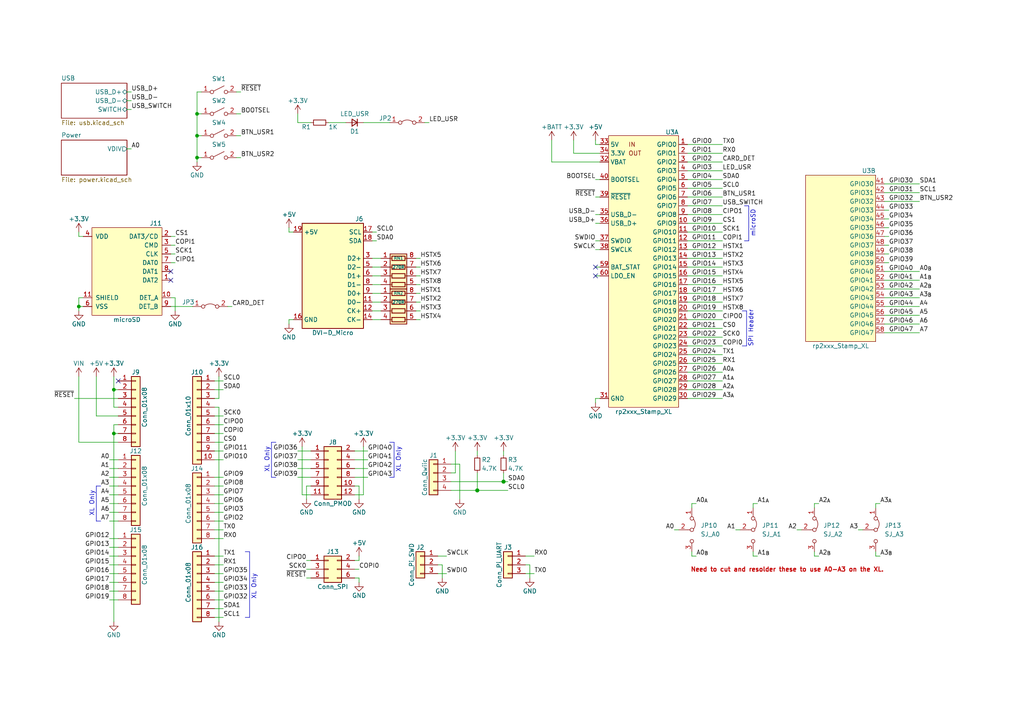
<source format=kicad_sch>
(kicad_sch (version 20231120) (generator "eeschema") (generator_version "8.0")
  (paper "A4")
  (junction (at 57.15 45.72))
  (junction (at 33.02 113.03))
  (junction (at 138.43 142.24) (diameter 1.016))
  (junction (at 146.05 139.7) (diameter 1.016))
  (junction (at 33.02 125.73))
  (junction (at 57.15 33.02))
  (junction (at 22.86 88.9))
  (junction (at 57.15 39.37))
  (no_connect (at 49.53 78.74))
  (no_connect (at 34.29 110.49))
  (no_connect (at 172.72 80.01))
  (no_connect (at 172.72 77.47))
  (no_connect (at 49.53 81.28))
  (polyline (pts (xy 217.17 59.69) (xy 217.17 69.85)))
  (wire (pts (xy 34.29 118.11) (xy 33.02 118.11)))
  (wire (pts (xy 120.65 85.09) (xy 121.92 85.09)))
  (wire (pts (xy 62.23 151.13) (xy 64.77 151.13)))
  (wire (pts (xy 209.55 44.45) (xy 199.39 44.45)))
  (wire (pts (xy 172.72 80.01) (xy 173.99 80.01)))
  (wire (pts (xy 128.27 163.83) (xy 128.27 167.64)))
  (polyline (pts (xy 72.39 160.02) (xy 72.39 179.07)))
  (wire (pts (xy 87.63 129.54) (xy 87.63 143.51)))
  (wire (pts (xy 138.43 142.24) (xy 147.32 142.24)))
  (wire (pts (xy 62.23 146.05) (xy 64.77 146.05)))
  (wire (pts (xy 146.05 130.81) (xy 146.05 132.08)))
  (wire (pts (xy 256.54 58.42) (xy 266.7 58.42)))
  (wire (pts (xy 34.29 158.75) (xy 31.75 158.75)))
  (wire (pts (xy 166.37 40.64) (xy 166.37 44.45)))
  (wire (pts (xy 62.23 128.27) (xy 64.77 128.27)))
  (wire (pts (xy 256.54 66.04) (xy 257.81 66.04)))
  (wire (pts (xy 62.23 161.29) (xy 64.77 161.29)))
  (wire (pts (xy 57.15 39.37) (xy 57.15 45.72)))
  (wire (pts (xy 62.23 130.81) (xy 64.77 130.81)))
  (wire (pts (xy 33.02 125.73) (xy 33.02 180.34)))
  (wire (pts (xy 173.99 41.91) (xy 172.72 41.91)))
  (wire (pts (xy 120.65 74.93) (xy 121.92 74.93)))
  (wire (pts (xy 172.72 52.07) (xy 173.99 52.07)))
  (polyline (pts (xy 215.265 90.17) (xy 216.535 90.17)))
  (polyline (pts (xy 27.94 151.13) (xy 29.21 151.13)))
  (polyline (pts (xy 217.17 69.85) (xy 215.9 69.85)))
  (wire (pts (xy 209.55 105.41) (xy 199.39 105.41)))
  (wire (pts (xy 22.86 109.22) (xy 22.86 128.27)))
  (wire (pts (xy 34.29 146.05) (xy 31.75 146.05)))
  (wire (pts (xy 146.05 139.7) (xy 147.32 139.7)))
  (wire (pts (xy 209.55 97.79) (xy 199.39 97.79)))
  (wire (pts (xy 209.55 100.33) (xy 199.39 100.33)))
  (wire (pts (xy 120.65 92.71) (xy 121.92 92.71)))
  (wire (pts (xy 83.82 67.31) (xy 85.09 67.31)))
  (wire (pts (xy 209.55 102.87) (xy 199.39 102.87)))
  (wire (pts (xy 172.72 77.47) (xy 173.99 77.47)))
  (wire (pts (xy 120.65 90.17) (xy 121.92 90.17)))
  (polyline (pts (xy 113.03 128.27) (xy 114.3 128.27)))
  (wire (pts (xy 107.95 82.55) (xy 110.49 82.55)))
  (polyline (pts (xy 71.12 160.02) (xy 72.39 160.02)))
  (wire (pts (xy 138.43 130.81) (xy 138.43 132.08)))
  (wire (pts (xy 62.23 153.67) (xy 64.77 153.67)))
  (wire (pts (xy 248.92 153.67) (xy 250.19 153.67)))
  (polyline (pts (xy 80.01 128.27) (xy 78.74 128.27)))
  (wire (pts (xy 209.55 87.63) (xy 199.39 87.63)))
  (wire (pts (xy 102.87 162.56) (xy 104.14 162.56)))
  (polyline (pts (xy 78.74 128.27) (xy 78.74 138.43)))
  (wire (pts (xy 130.81 142.24) (xy 138.43 142.24)))
  (wire (pts (xy 34.29 151.13) (xy 31.75 151.13)))
  (wire (pts (xy 133.35 134.62) (xy 133.35 144.78)))
  (polyline (pts (xy 215.9 59.69) (xy 217.17 59.69)))
  (wire (pts (xy 62.23 123.19) (xy 64.77 123.19)))
  (wire (pts (xy 105.41 35.56) (xy 113.03 35.56)))
  (wire (pts (xy 33.02 123.19) (xy 33.02 125.73)))
  (wire (pts (xy 256.54 71.12) (xy 257.81 71.12)))
  (wire (pts (xy 130.81 137.16) (xy 132.08 137.16)))
  (wire (pts (xy 83.82 92.71) (xy 83.82 93.98)))
  (wire (pts (xy 127 163.83) (xy 128.27 163.83)))
  (wire (pts (xy 172.72 40.64) (xy 172.72 41.91)))
  (wire (pts (xy 146.05 137.16) (xy 146.05 139.7)))
  (wire (pts (xy 68.58 45.72) (xy 69.85 45.72)))
  (wire (pts (xy 86.36 133.35) (xy 90.17 133.35)))
  (wire (pts (xy 152.4 163.83) (xy 153.67 163.83)))
  (wire (pts (xy 254 160.02) (xy 254 161.29)))
  (wire (pts (xy 22.86 67.31) (xy 22.86 68.58)))
  (wire (pts (xy 22.86 86.36) (xy 22.86 88.9)))
  (wire (pts (xy 200.66 147.32) (xy 200.66 146.05)))
  (wire (pts (xy 107.95 92.71) (xy 110.49 92.71)))
  (wire (pts (xy 62.23 173.99) (xy 64.77 173.99)))
  (wire (pts (xy 36.83 43.18) (xy 38.1 43.18)))
  (wire (pts (xy 57.15 33.02) (xy 57.15 39.37)))
  (wire (pts (xy 209.55 54.61) (xy 199.39 54.61)))
  (wire (pts (xy 34.29 125.73) (xy 33.02 125.73)))
  (polyline (pts (xy 72.39 179.07) (xy 71.12 179.07)))
  (wire (pts (xy 62.23 171.45) (xy 64.77 171.45)))
  (wire (pts (xy 62.23 110.49) (xy 64.77 110.49)))
  (wire (pts (xy 49.53 68.58) (xy 50.8 68.58)))
  (wire (pts (xy 62.23 148.59) (xy 64.77 148.59)))
  (wire (pts (xy 49.53 86.36) (xy 50.8 86.36)))
  (wire (pts (xy 62.23 125.73) (xy 64.77 125.73)))
  (wire (pts (xy 24.13 86.36) (xy 22.86 86.36)))
  (wire (pts (xy 256.54 55.88) (xy 266.7 55.88)))
  (wire (pts (xy 209.55 95.25) (xy 199.39 95.25)))
  (wire (pts (xy 83.82 66.04) (xy 83.82 67.31)))
  (wire (pts (xy 34.29 138.43) (xy 31.75 138.43)))
  (wire (pts (xy 209.55 90.17) (xy 199.39 90.17)))
  (wire (pts (xy 27.94 120.65) (xy 34.29 120.65)))
  (wire (pts (xy 34.29 115.57) (xy 21.59 115.57)))
  (wire (pts (xy 120.65 77.47) (xy 121.92 77.47)))
  (wire (pts (xy 22.86 68.58) (xy 24.13 68.58)))
  (wire (pts (xy 102.87 130.81) (xy 106.68 130.81)))
  (wire (pts (xy 209.55 64.77) (xy 199.39 64.77)))
  (wire (pts (xy 254 146.05) (xy 255.27 146.05)))
  (wire (pts (xy 102.87 167.64) (xy 104.14 167.64)))
  (wire (pts (xy 236.22 146.05) (xy 237.49 146.05)))
  (wire (pts (xy 209.55 92.71) (xy 199.39 92.71)))
  (wire (pts (xy 27.94 120.65) (xy 27.94 109.22)))
  (wire (pts (xy 152.4 166.37) (xy 154.94 166.37)))
  (wire (pts (xy 34.29 173.99) (xy 31.75 173.99)))
  (wire (pts (xy 209.55 46.99) (xy 199.39 46.99)))
  (wire (pts (xy 256.54 78.74) (xy 266.7 78.74)))
  (wire (pts (xy 195.58 153.67) (xy 196.85 153.67)))
  (wire (pts (xy 120.65 80.01) (xy 121.92 80.01)))
  (wire (pts (xy 86.36 135.89) (xy 90.17 135.89)))
  (wire (pts (xy 160.02 40.64) (xy 160.02 46.99)))
  (wire (pts (xy 107.95 80.01) (xy 110.49 80.01)))
  (wire (pts (xy 256.54 88.9) (xy 266.7 88.9)))
  (wire (pts (xy 68.58 39.37) (xy 69.85 39.37)))
  (wire (pts (xy 130.81 134.62) (xy 133.35 134.62)))
  (wire (pts (xy 67.31 88.9) (xy 66.04 88.9)))
  (wire (pts (xy 62.23 143.51) (xy 64.77 143.51)))
  (wire (pts (xy 57.15 26.67) (xy 57.15 33.02)))
  (wire (pts (xy 86.36 130.81) (xy 90.17 130.81)))
  (wire (pts (xy 209.55 74.93) (xy 199.39 74.93)))
  (wire (pts (xy 172.72 69.85) (xy 173.99 69.85)))
  (wire (pts (xy 209.55 85.09) (xy 199.39 85.09)))
  (wire (pts (xy 138.43 137.16) (xy 138.43 142.24)))
  (wire (pts (xy 256.54 63.5) (xy 257.81 63.5)))
  (wire (pts (xy 63.5 118.11) (xy 63.5 180.34)))
  (wire (pts (xy 87.63 143.51) (xy 90.17 143.51)))
  (wire (pts (xy 173.99 44.45) (xy 166.37 44.45)))
  (wire (pts (xy 102.87 135.89) (xy 106.68 135.89)))
  (wire (pts (xy 62.23 140.97) (xy 64.77 140.97)))
  (wire (pts (xy 34.29 140.97) (xy 31.75 140.97)))
  (wire (pts (xy 218.44 146.05) (xy 219.71 146.05)))
  (wire (pts (xy 105.41 129.54) (xy 105.41 143.51)))
  (wire (pts (xy 120.65 82.55) (xy 121.92 82.55)))
  (wire (pts (xy 34.29 123.19) (xy 33.02 123.19)))
  (wire (pts (xy 209.55 62.23) (xy 199.39 62.23)))
  (wire (pts (xy 104.14 161.29) (xy 104.14 162.56)))
  (wire (pts (xy 124.46 35.56) (xy 123.19 35.56)))
  (wire (pts (xy 34.29 168.91) (xy 31.75 168.91)))
  (wire (pts (xy 34.29 135.89) (xy 31.75 135.89)))
  (polyline (pts (xy 114.3 128.27) (xy 114.3 138.43)))
  (wire (pts (xy 22.86 88.9) (xy 24.13 88.9)))
  (wire (pts (xy 34.29 163.83) (xy 31.75 163.83)))
  (wire (pts (xy 22.86 88.9) (xy 22.86 90.17)))
  (wire (pts (xy 231.14 153.67) (xy 232.41 153.67)))
  (wire (pts (xy 236.22 160.02) (xy 236.22 161.29)))
  (wire (pts (xy 34.29 171.45) (xy 31.75 171.45)))
  (wire (pts (xy 62.23 120.65) (xy 64.77 120.65)))
  (wire (pts (xy 58.42 45.72) (xy 57.15 45.72)))
  (wire (pts (xy 209.55 82.55) (xy 199.39 82.55)))
  (wire (pts (xy 34.29 161.29) (xy 31.75 161.29)))
  (wire (pts (xy 256.54 83.82) (xy 266.7 83.82)))
  (wire (pts (xy 107.95 77.47) (xy 110.49 77.47)))
  (wire (pts (xy 34.29 166.37) (xy 31.75 166.37)))
  (wire (pts (xy 88.9 140.97) (xy 90.17 140.97)))
  (wire (pts (xy 107.95 67.31) (xy 109.22 67.31)))
  (wire (pts (xy 256.54 76.2) (xy 257.81 76.2)))
  (wire (pts (xy 213.36 153.67) (xy 214.63 153.67)))
  (wire (pts (xy 200.66 161.29) (xy 201.93 161.29)))
  (wire (pts (xy 218.44 160.02) (xy 218.44 161.29)))
  (wire (pts (xy 209.55 113.03) (xy 199.39 113.03)))
  (wire (pts (xy 62.23 168.91) (xy 64.77 168.91)))
  (wire (pts (xy 209.55 52.07) (xy 199.39 52.07)))
  (wire (pts (xy 127 161.29) (xy 129.54 161.29)))
  (wire (pts (xy 200.66 146.05) (xy 201.93 146.05)))
  (wire (pts (xy 34.29 148.59) (xy 31.75 148.59)))
  (wire (pts (xy 63.5 109.22) (xy 63.5 115.57)))
  (wire (pts (xy 88.9 167.64) (xy 90.17 167.64)))
  (wire (pts (xy 34.29 143.51) (xy 31.75 143.51)))
  (wire (pts (xy 172.72 116.84) (xy 172.72 115.57)))
  (wire (pts (xy 33.02 109.22) (xy 33.02 113.03)))
  (polyline (pts (xy 78.74 138.43) (xy 80.01 138.43)))
  (wire (pts (xy 62.23 113.03) (xy 64.77 113.03)))
  (wire (pts (xy 132.08 137.16) (xy 132.08 130.81)))
  (wire (pts (xy 218.44 147.32) (xy 218.44 146.05)))
  (wire (pts (xy 209.55 80.01) (xy 199.39 80.01)))
  (polyline (pts (xy 27.94 140.97) (xy 27.94 151.13)))
  (wire (pts (xy 107.95 90.17) (xy 110.49 90.17)))
  (wire (pts (xy 127 166.37) (xy 129.54 166.37)))
  (wire (pts (xy 36.83 26.67) (xy 38.1 26.67)))
  (wire (pts (xy 256.54 93.98) (xy 266.7 93.98)))
  (wire (pts (xy 49.53 88.9) (xy 55.88 88.9)))
  (wire (pts (xy 254 147.32) (xy 254 146.05)))
  (wire (pts (xy 172.72 62.23) (xy 173.99 62.23)))
  (wire (pts (xy 85.09 92.71) (xy 83.82 92.71)))
  (wire (pts (xy 102.87 140.97) (xy 104.14 140.97)))
  (wire (pts (xy 34.29 156.21) (xy 31.75 156.21)))
  (wire (pts (xy 49.53 71.12) (xy 50.8 71.12)))
  (wire (pts (xy 209.55 41.91) (xy 199.39 41.91)))
  (wire (pts (xy 172.72 115.57) (xy 173.99 115.57)))
  (wire (pts (xy 88.9 165.1) (xy 90.17 165.1)))
  (wire (pts (xy 209.55 72.39) (xy 199.39 72.39)))
  (wire (pts (xy 209.55 115.57) (xy 199.39 115.57)))
  (polyline (pts (xy 216.535 100.33) (xy 215.265 100.33)))
  (wire (pts (xy 172.72 72.39) (xy 173.99 72.39)))
  (wire (pts (xy 236.22 161.29) (xy 237.49 161.29)))
  (wire (pts (xy 62.23 138.43) (xy 64.77 138.43)))
  (wire (pts (xy 107.95 69.85) (xy 109.22 69.85)))
  (wire (pts (xy 256.54 81.28) (xy 266.7 81.28)))
  (wire (pts (xy 33.02 113.03) (xy 33.02 118.11)))
  (wire (pts (xy 86.36 35.56) (xy 90.17 35.56)))
  (wire (pts (xy 209.55 110.49) (xy 199.39 110.49)))
  (wire (pts (xy 236.22 147.32) (xy 236.22 146.05)))
  (wire (pts (xy 95.25 35.56) (xy 100.33 35.56)))
  (wire (pts (xy 62.23 166.37) (xy 64.77 166.37)))
  (wire (pts (xy 256.54 96.52) (xy 266.7 96.52)))
  (wire (pts (xy 104.14 168.91) (xy 104.14 167.64)))
  (wire (pts (xy 62.23 156.21) (xy 64.77 156.21)))
  (wire (pts (xy 256.54 91.44) (xy 266.7 91.44)))
  (wire (pts (xy 209.55 49.53) (xy 199.39 49.53)))
  (wire (pts (xy 62.23 133.35) (xy 64.77 133.35)))
  (wire (pts (xy 200.66 160.02) (xy 200.66 161.29)))
  (wire (pts (xy 68.58 33.02) (xy 69.85 33.02)))
  (wire (pts (xy 173.99 46.99) (xy 160.02 46.99)))
  (wire (pts (xy 130.81 139.7) (xy 146.05 139.7)))
  (wire (pts (xy 172.72 64.77) (xy 173.99 64.77)))
  (wire (pts (xy 50.8 86.36) (xy 50.8 90.17)))
  (wire (pts (xy 57.15 46.99) (xy 57.15 45.72)))
  (wire (pts (xy 256.54 68.58) (xy 257.81 68.58)))
  (wire (pts (xy 58.42 39.37) (xy 57.15 39.37)))
  (wire (pts (xy 86.36 33.02) (xy 86.36 35.56)))
  (wire (pts (xy 254 161.29) (xy 255.27 161.29)))
  (wire (pts (xy 36.83 29.21) (xy 38.1 29.21)))
  (wire (pts (xy 209.55 77.47) (xy 199.39 77.47)))
  (wire (pts (xy 62.23 179.07) (xy 64.77 179.07)))
  (wire (pts (xy 58.42 33.02) (xy 57.15 33.02)))
  (wire (pts (xy 153.67 163.83) (xy 153.67 167.64)))
  (wire (pts (xy 63.5 118.11) (xy 62.23 118.11)))
  (wire (pts (xy 102.87 143.51) (xy 105.41 143.51)))
  (polyline (pts (xy 29.21 140.97) (xy 27.94 140.97)))
  (wire (pts (xy 86.36 138.43) (xy 90.17 138.43)))
  (wire (pts (xy 102.87 138.43) (xy 106.68 138.43)))
  (wire (pts (xy 256.54 53.34) (xy 266.7 53.34)))
  (wire (pts (xy 172.72 57.15) (xy 173.99 57.15)))
  (polyline (pts (xy 114.3 138.43) (xy 113.03 138.43)))
  (wire (pts (xy 209.55 69.85) (xy 199.39 69.85)))
  (wire (pts (xy 102.87 133.35) (xy 106.68 133.35)))
  (wire (pts (xy 62.23 163.83) (xy 64.77 163.83)))
  (wire (pts (xy 68.58 26.67) (xy 69.85 26.67)))
  (wire (pts (xy 88.9 162.56) (xy 90.17 162.56)))
  (wire (pts (xy 209.55 107.95) (xy 199.39 107.95)))
  (wire (pts (xy 58.42 26.67) (xy 57.15 26.67)))
  (wire (pts (xy 107.95 87.63) (xy 110.49 87.63)))
  (wire (pts (xy 120.65 87.63) (xy 121.92 87.63)))
  (wire (pts (xy 34.29 133.35) (xy 31.75 133.35)))
  (wire (pts (xy 62.23 176.53) (xy 64.77 176.53)))
  (wire (pts (xy 209.55 59.69) (xy 199.39 59.69)))
  (wire (pts (xy 104.14 140.97) (xy 104.14 144.78)))
  (wire (pts (xy 107.95 74.93) (xy 110.49 74.93)))
  (wire (pts (xy 22.86 128.27) (xy 34.29 128.27)))
  (wire (pts (xy 33.02 113.03) (xy 34.29 113.03)))
  (wire (pts (xy 62.23 115.57) (xy 63.5 115.57)))
  (wire (pts (xy 88.9 140.97) (xy 88.9 144.78)))
  (wire (pts (xy 107.95 85.09) (xy 110.49 85.09)))
  (wire (pts (xy 49.53 73.66) (xy 50.8 73.66)))
  (wire (pts (xy 49.53 76.2) (xy 50.8 76.2)))
  (wire (pts (xy 218.44 161.29) (xy 219.71 161.29)))
  (wire (pts (xy 256.54 60.96) (xy 257.81 60.96)))
  (wire (pts (xy 36.83 31.75) (xy 38.1 31.75)))
  (polyline (pts (xy 216.535 90.17) (xy 216.535 100.33)))
  (wire (pts (xy 152.4 161.29) (xy 154.94 161.29)))
  (wire (pts (xy 256.54 73.66) (xy 257.81 73.66)))
  (wire (pts (xy 209.55 67.31) (xy 199.39 67.31)))
  (wire (pts (xy 209.55 57.15) (xy 199.39 57.15)))
  (wire (pts (xy 256.54 86.36) (xy 266.7 86.36)))
  (wire (pts (xy 102.87 165.1) (xy 104.14 165.1)))
  (text "XL Only" (at 115.57 133.35 90) (effects (font (size 1.27 1.27))))
  (text "XL Only" (at 73.66 170.18 90) (effects (font (size 1.27 1.27))))
  (text "Need to cut and resolder these to use A0-A3 on the XL." (at 228.346 165.354 0) (effects (font (size 1.27 1.27) (thickness 0.254) (bold yes))))
  (text "SPI Header" (at 217.805 95.25 90) (effects (font (size 1.27 1.27))))
  (text "XL Only" (at 77.47 133.35 90) (effects (font (size 1.27 1.27))))
  (text "XL Only" (at 26.67 146.05 90) (effects (font (size 1.27 1.27))))
  (text "microSD" (at 218.44 64.77 90) (effects (font (size 1.27 1.27))))
  (label "BOOTSEL" (at 69.85 33.02 0))
  (label "COPI0" (at 64.77 125.73 0))
  (label "A0_{A}" (at 201.93 146.05 0))
  (label "GPIO9" (at 64.77 138.43 0))
  (label "GPIO19" (at 31.75 173.99 180))
  (label "SDA0" (at 109.22 69.85 0))
  (label "~{RESET}" (at 172.72 57.15 180))
  (label "SCL0" (at 64.77 110.49 0))
  (label "CS0" (at 64.77 128.27 0))
  (label "TX0" (at 209.55 41.91 0))
  (label "GPIO11" (at 200.66 69.85 0))
  (label "CARD_DET" (at 209.55 46.99 0))
  (label "HSTX4" (at 209.55 80.01 0))
  (label "GPIO35" (at 257.81 66.04 0))
  (label "GPIO32" (at 257.81 58.42 0))
  (label "A6" (at 266.7 93.98 0))
  (label "A3_{A}" (at 255.27 146.05 0))
  (label "GPIO45" (at 257.81 91.44 0))
  (label "RX0" (at 209.55 44.45 0))
  (label "GPIO17" (at 200.66 85.09 0))
  (label "HSTX8" (at 209.55 90.17 0))
  (label "GPIO20" (at 200.66 92.71 0))
  (label "LED_USR" (at 124.46 35.56 0))
  (label "GPIO5" (at 200.66 54.61 0))
  (label "CS1" (at 209.55 64.77 0))
  (label "COPI1" (at 209.55 69.85 0))
  (label "GPIO17" (at 31.75 168.91 180))
  (label "HSTX1" (at 209.55 72.39 0))
  (label "~{RESET}" (at 21.59 115.57 180))
  (label "CIPO0" (at 88.9 162.56 180))
  (label "USB_D+" (at 172.72 64.77 180))
  (label "TX0" (at 64.77 153.67 0))
  (label "LED_USR" (at 209.55 49.53 0))
  (label "GPIO42" (at 106.68 135.89 0))
  (label "SDA1" (at 64.77 176.53 0))
  (label "GPIO38" (at 86.36 135.89 180))
  (label "GPIO6" (at 200.66 57.15 0))
  (label "HSTX2" (at 209.55 74.93 0))
  (label "GPIO33" (at 257.81 60.96 0))
  (label "GPIO25" (at 200.66 105.41 0))
  (label "USB_D+" (at 38.1 26.67 0))
  (label "GPIO14" (at 31.75 161.29 180))
  (label "GPIO9" (at 200.66 64.77 0))
  (label "GPIO36" (at 86.36 130.81 180))
  (label "GPIO23" (at 200.66 100.33 0))
  (label "GPIO14" (at 200.66 77.47 0))
  (label "SDA0" (at 64.77 113.03 0))
  (label "A1_{B}" (at 266.7 81.28 0))
  (label "GPIO15" (at 200.66 80.01 0))
  (label "GPIO0" (at 200.66 41.91 0))
  (label "GPIO28" (at 200.66 113.03 0))
  (label "SCL1" (at 266.7 55.88 0))
  (label "~{RESET}" (at 88.9 167.64 180))
  (label "A5" (at 266.7 91.44 0))
  (label "GPIO39" (at 86.36 138.43 180))
  (label "TX1" (at 209.55 102.87 0))
  (label "SWDIO" (at 172.72 69.85 180))
  (label "A2" (at 231.14 153.67 180))
  (label "SCK0" (at 64.77 120.65 0))
  (label "GPIO37" (at 257.81 71.12 0))
  (label "COPI1" (at 50.8 71.12 0))
  (label "GPIO37" (at 86.36 133.35 180))
  (label "GPIO29" (at 200.66 115.57 0))
  (label "GPIO18" (at 200.66 87.63 0))
  (label "BTN_USR1" (at 209.55 57.15 0))
  (label "GPIO3" (at 200.66 49.53 0))
  (label "HSTX6" (at 121.92 77.47 0))
  (label "A0_{A}" (at 209.55 107.95 0))
  (label "SCL1" (at 64.77 179.07 0))
  (label "GPIO26" (at 200.66 107.95 0))
  (label "GPIO35" (at 64.77 166.37 0))
  (label "A3" (at 248.92 153.67 180))
  (label "GPIO22" (at 200.66 97.79 0))
  (label "CIPO1" (at 209.55 62.23 0))
  (label "SWCLK" (at 129.54 161.29 0))
  (label "HSTX2" (at 121.92 87.63 0))
  (label "GPIO2" (at 64.77 151.13 0))
  (label "GPIO34" (at 64.77 168.91 0))
  (label "GPIO8" (at 64.77 140.97 0))
  (label "HSTX4" (at 121.92 92.71 0))
  (label "RX1" (at 64.77 163.83 0))
  (label "SCK1" (at 209.55 67.31 0))
  (label "A0_{B}" (at 266.7 78.74 0))
  (label "GPIO44" (at 257.81 88.9 0))
  (label "GPIO46" (at 257.81 93.98 0))
  (label "GPIO16" (at 31.75 166.37 180))
  (label "TX1" (at 64.77 161.29 0))
  (label "A4" (at 266.7 88.9 0))
  (label "A0_{B}" (at 201.93 161.29 0))
  (label "HSTX8" (at 121.92 82.55 0))
  (label "A3_{B}" (at 255.27 161.29 0))
  (label "GPIO40" (at 106.68 130.81 0))
  (label "GPIO8" (at 200.66 62.23 0))
  (label "SCK0" (at 88.9 165.1 180))
  (label "SCK1" (at 50.8 73.66 0))
  (label "GPIO13" (at 200.66 74.93 0))
  (label "RX1" (at 209.55 105.41 0))
  (label "SCL0" (at 109.22 67.31 0))
  (label "GPIO43" (at 257.81 86.36 0))
  (label "GPIO12" (at 31.75 156.21 180))
  (label "SCL0" (at 209.55 54.61 0))
  (label "GPIO7" (at 64.77 143.51 0))
  (label "HSTX5" (at 121.92 74.93 0))
  (label "GPIO39" (at 257.81 76.2 0))
  (label "A4" (at 31.75 143.51 180))
  (label "A7" (at 266.7 96.52 0))
  (label "A0" (at 195.58 153.67 180))
  (label "GPIO2" (at 200.66 46.99 0))
  (label "A1_{A}" (at 219.71 146.05 0))
  (label "HSTX3" (at 209.55 77.47 0))
  (label "BTN_USR2" (at 266.7 58.42 0))
  (label "SWDIO" (at 129.54 166.37 0))
  (label "USB_SWITCH" (at 38.1 31.75 0))
  (label "A0" (at 31.75 133.35 180))
  (label "A1_{B}" (at 219.71 161.29 0))
  (label "GPIO34" (at 257.81 63.5 0))
  (label "GPIO16" (at 200.66 82.55 0))
  (label "CARD_DET" (at 67.31 88.9 0))
  (label "A2_{B}" (at 266.7 83.82 0))
  (label "A3_{B}" (at 266.7 86.36 0))
  (label "TX0" (at 154.94 166.37 0))
  (label "HSTX6" (at 209.55 85.09 0))
  (label "GPIO3" (at 64.77 148.59 0))
  (label "USB_SWITCH" (at 209.55 59.69 0))
  (label "~{RESET}" (at 69.85 26.67 0))
  (label "SCK0" (at 209.55 97.79 0))
  (label "A2_{A}" (at 237.49 146.05 0))
  (label "GPIO13" (at 31.75 158.75 180))
  (label "A0" (at 38.1 43.18 0))
  (label "COPI0" (at 104.14 165.1 0))
  (label "A1_{A}" (at 209.55 110.49 0))
  (label "SCL0" (at 147.32 142.24 0))
  (label "CS0" (at 209.55 95.25 0))
  (label "CS1" (at 50.8 68.58 0))
  (label "A2_{A}" (at 209.55 113.03 0))
  (label "A5" (at 31.75 146.05 180))
  (label "USB_D-" (at 38.1 29.21 0))
  (label "A2" (at 31.75 138.43 180))
  (label "CIPO0" (at 209.55 92.71 0))
  (label "GPIO15" (at 31.75 163.83 180))
  (label "GPIO40" (at 257.81 78.74 0))
  (label "GPIO18" (at 31.75 171.45 180))
  (label "HSTX7" (at 121.92 80.01 0))
  (label "A2_{B}" (at 237.49 161.29 0))
  (label "GPIO7" (at 200.66 59.69 0))
  (label "GPIO10" (at 200.66 67.31 0))
  (label "GPIO6" (at 64.77 146.05 0))
  (label "HSTX3" (at 121.92 90.17 0))
  (label "GPIO30" (at 257.81 53.34 0))
  (label "USB_D-" (at 172.72 62.23 180))
  (label "GPIO31" (at 257.81 55.88 0))
  (label "COPI0" (at 209.55 100.33 0))
  (label "GPIO12" (at 200.66 72.39 0))
  (label "CIPO1" (at 50.8 76.2 0))
  (label "HSTX7" (at 209.55 87.63 0))
  (label "GPIO32" (at 64.77 173.99 0))
  (label "SDA0" (at 209.55 52.07 0))
  (label "A3" (at 31.75 140.97 180))
  (label "CIPO0" (at 64.77 123.19 0))
  (label "RX0" (at 64.77 156.21 0))
  (label "GPIO36" (at 257.81 68.58 0))
  (label "BOOTSEL" (at 172.72 52.07 180))
  (label "GPIO19" (at 200.66 90.17 0))
  (label "GPIO27" (at 200.66 110.49 0))
  (label "GPIO41" (at 106.68 133.35 0))
  (label "GPIO43" (at 106.68 138.43 0))
  (label "GPIO10" (at 64.77 133.35 0))
  (label "HSTX5" (at 209.55 82.55 0))
  (label "A3_{A}" (at 209.55 115.57 0))
  (label "A1" (at 213.36 153.67 180))
  (label "GPIO42" (at 257.81 83.82 0))
  (label "RX0" (at 154.94 161.29 0))
  (label "A1" (at 31.75 135.89 180))
  (label "GPIO41" (at 257.81 81.28 0))
  (label "A7" (at 31.75 151.13 180))
  (label "GPIO4" (at 200.66 52.07 0))
  (label "HSTX1" (at 121.92 85.09 0))
  (label "GPIO21" (at 200.66 95.25 0))
  (label "SDA1" (at 266.7 53.34 0))
  (label "SWCLK" (at 172.72 72.39 180))
  (label "BTN_USR2" (at 69.85 45.72 0))
  (label "GPIO33" (at 64.77 171.45 0))
  (label "A6" (at 31.75 148.59 180))
  (label "SDA0" (at 147.32 139.7 0))
  (label "GPIO47" (at 257.81 96.52 0))
  (label "GPIO38" (at 257.81 73.66 0))
  (label "GPIO24" (at 200.66 102.87 0))
  (label "BTN_USR1" (at 69.85 39.37 0))
  (label "GPIO1" (at 200.66 44.45 0))
  (label "GPIO11" (at 64.77 130.81 0))
  (symbol (lib_id "Device:D_Small") (at 102.87 35.56 0) (mirror y) (unit 1)
    (property "Reference" "D1" (at 102.87 38.1 0))
    (property "Value" "LED_USR" (at 102.87 33.02 0))
    (property "Footprint" "LED_SMD:LED_0603_1608Metric" (effects (hide yes)))
    (property "Description" "Red" (effects (hide yes)))
    (property "Sim.Device" "D" (effects (hide yes)))
    (property "Sim.Pins" "1=K 2=A" (effects (hide yes)))
  )
  (symbol (lib_id "power:GND") (at 172.72 116.84 0) (unit 1)
    (property "Reference" "#PWR037" (effects (hide yes)))
    (property "Value" "GND" (at 172.72 120.65 0))
    (property "Description" "Power symbol creates a global label with name \"GND\" , ground" (effects (hide yes)))
  )
  (symbol (lib_id "Connector_Generic:Conn_01x04") (at 125.73 137.16 0) (mirror y) (unit 1)
    (property "Reference" "J1" (at 125.73 132.08 0))
    (property "Value" "Conn_Qwiic" (at 123.19 138.43 90))
    (property "Footprint" "Connector_JST:JST_SH_SM04B-SRSS-TB_1x04-1MP_P1.00mm_Horizontal" (effects (hide yes)))
    (property "LCSC" "C7433425" (effects (hide yes)))
  )
  (symbol (lib_id "power:GND") (at 128.27 167.64 0) (unit 1)
    (property "Reference" "#PWR07" (effects (hide yes)))
    (property "Value" "GND" (at 128.27 171.45 0))
    (property "Description" "Power symbol creates a global label with name \"GND\" , ground" (effects (hide yes)))
  )
  (symbol (lib_id "power:+3.3V") (at 33.02 109.22 0) (unit 1)
    (property "Reference" "#PWR026" (effects (hide yes)))
    (property "Value" "+3.3V" (at 33.02 105.41 0))
    (property "Description" "Power symbol creates a global label with name \"+3.3V\"" (effects (hide yes)))
  )
  (symbol (lib_id "Jumper:Jumper_3_Bridged12") (at 236.22 153.67 270) (unit 1) (in_bom no)
    (property "Reference" "JP12" (at 238.76 152.3999 90) (effects (justify left)))
    (property "Value" "SJ_A2" (at 238.76 154.9399 90) (effects (justify left)))
    (property "Footprint" "Jumper:SolderJumper-3_P1.3mm_Bridged12_RoundedPad1.0x1.5mm" (effects (hide yes)))
  )
  (symbol (lib_id "power:GND") (at 50.8 90.17 0) (unit 1)
    (property "Reference" "#PWR041" (effects (hide yes)))
    (property "Value" "GND" (at 50.8 93.98 0))
    (property "Description" "Power symbol creates a global label with name \"GND\" , ground" (effects (hide yes)))
  )
  (symbol (lib_id "Device:R_Pack04") (at 115.57 90.17 270) (unit 1)
    (property "Reference" "RN2" (at 115.57 85.09 90) (effects (font (size 0.889 0.889))))
    (property "Value" "270R" (at 115.57 87.63 90) (effects (font (size 0.889 0.889))))
    (property "Footprint" "Resistor_SMD:R_Array_Convex_4x0402" (effects (hide yes)))
  )
  (symbol (lib_id "Jumper:Jumper_3_Bridged12") (at 254 153.67 270) (unit 1) (in_bom no)
    (property "Reference" "JP13" (at 256.54 152.3999 90) (effects (justify left)))
    (property "Value" "SJ_A3" (at 256.54 154.9399 90) (effects (justify left)))
    (property "Footprint" "Jumper:SolderJumper-3_P1.3mm_Bridged12_RoundedPad1.0x1.5mm" (effects (hide yes)))
  )
  (symbol (lib_id "Connector_Extra:Micro_SD_Card_Det") (at 36.83 78.74 0) (unit 1)
    (property "Reference" "J11" (at 46.99 64.77 0) (effects (justify right)))
    (property "Value" "microSD" (at 36.83 92.71 0))
    (property "Footprint" "Connector_Card_Extra:XUNPU_TF-123-ARP9Hxx" (effects (hide yes)))
    (property "LCSC" "C2982548" (effects (hide yes)))
  )
  (symbol (lib_id "power:+3.3V") (at 63.5 109.22 0) (unit 1)
    (property "Reference" "#PWR027" (effects (hide yes)))
    (property "Value" "+3.3V" (at 63.5 105.41 0))
    (property "Description" "Power symbol creates a global label with name \"+3.3V\"" (effects (hide yes)))
  )
  (symbol (lib_id "power:GND") (at 104.14 168.91 0) (unit 1)
    (property "Reference" "#PWR039" (effects (hide yes)))
    (property "Value" "GND" (at 104.14 172.72 0))
    (property "Description" "Power symbol creates a global label with name \"GND\" , ground" (effects (hide yes)))
  )
  (symbol (lib_id "power:+3.3V") (at 105.41 129.54 0) (unit 1)
    (property "Reference" "#PWR029" (effects (hide yes)))
    (property "Value" "+3.3V" (at 105.41 125.73 0))
    (property "Description" "Power symbol creates a global label with name \"+3.3V\"" (effects (hide yes)))
  )
  (symbol (lib_id "power:GND") (at 88.9 144.78 0) (unit 1)
    (property "Reference" "#PWR031" (effects (hide yes)))
    (property "Value" "GND" (at 88.9 148.59 0))
    (property "Description" "Power symbol creates a global label with name \"GND\" , ground" (effects (hide yes)))
  )
  (symbol (lib_id "Connector_Generic:Conn_01x10") (at 57.15 120.65 0) (mirror y) (unit 1)
    (property "Reference" "J10" (at 57.15 107.95 0))
    (property "Value" "Conn_01x10" (at 54.61 120.65 90))
    (property "Footprint" "Connector_PinSocket_2.54mm:PinSocket_1x10_P2.54mm_Vertical" (effects (hide yes)))
    (property "Description" "do not mount, place in bag with board" (effects (hide yes)))
    (property "LCSC" "C2905418" (effects (hide yes)))
  )
  (symbol (lib_id "power:+5V") (at 172.72 40.64 0) (unit 1)
    (property "Reference" "#PWR034" (effects (hide yes)))
    (property "Value" "+5V" (at 172.72 36.83 0))
    (property "Description" "Power symbol creates a global label with name \"+5V\"" (effects (hide yes)))
  )
  (symbol (lib_id "RP2040_Stamp:RP2350_Stamp_XL") (at 243.84 76.2 0) (unit 2)
    (property "Reference" "U3" (at 254 49.53 0) (effects (justify right)))
    (property "Value" "rp2xxx_Stamp_XL" (at 243.84 100.33 0))
    (property "Footprint" "rp2xxx_stamp_carrier:RP2xx_Stamp_FlexyPin" (effects (hide yes)))
  )
  (symbol (lib_id "power:+3.3V") (at 132.08 130.81 0) (unit 1)
    (property "Reference" "#PWR050" (effects (hide yes)))
    (property "Value" "+3.3V" (at 132.08 127 0))
    (property "Description" "Power symbol creates a global label with name \"+3.3V\"" (effects (hide yes)))
  )
  (symbol (lib_id "power:+3.3V") (at 166.37 40.64 0) (unit 1)
    (property "Reference" "#PWR033" (effects (hide yes)))
    (property "Value" "+3.3V" (at 166.37 36.83 0))
    (property "Description" "Power symbol creates a global label with name \"+3.3V\"" (effects (hide yes)))
  )
  (symbol (lib_id "Device:R_Pack04") (at 115.57 80.01 270) (unit 1)
    (property "Reference" "RN1" (at 115.57 74.93 90) (effects (font (size 0.889 0.889))))
    (property "Value" "270R" (at 115.57 77.47 90) (effects (font (size 0.889 0.889))))
    (property "Footprint" "Resistor_SMD:R_Array_Convex_4x0402" (effects (hide yes)))
  )
  (symbol (lib_id "power:+5V") (at 83.82 66.04 0) (unit 1)
    (property "Reference" "#PWR010" (effects (hide yes)))
    (property "Value" "+5V" (at 83.82 62.23 0))
    (property "Description" "Power symbol creates a global label with name \"+5V\"" (effects (hide yes)))
  )
  (symbol (lib_id "Switch:SW_SPST") (at 63.5 45.72 0) (unit 1)
    (property "Reference" "SW5" (at 63.5 41.91 0))
    (property "Value" "BTN_USR2" (effects (hide yes)))
    (property "Footprint" "Button_Switch_SMD:SW_SPST_B3U-1000P" (effects (hide yes)))
    (property "Description" "TS-3025-A-A-B" (effects (hide yes)))
    (property "LCSC" "C561514" (effects (hide yes)))
  )
  (symbol (lib_id "Device:R_Small") (at 138.43 134.62 0) (unit 1)
    (property "Reference" "R2" (at 139.7 133.35 0) (effects (justify left)))
    (property "Value" "4.7K" (at 139.7 135.89 0) (effects (justify left)))
    (property "Footprint" "Resistor_SMD:R_0603_1608Metric" (effects (hide yes)))
  )
  (symbol (lib_id "Jumper:Jumper_2_Bridged") (at 118.11 35.56 0) (unit 1)
    (property "Reference" "JP2" (at 111.76 34.29 0))
    (property "Value" "JP_LED_USR" (effects (hide yes)))
    (property "Footprint" "Jumper:SolderJumper-2_P1.3mm_Bridged_RoundedPad1.0x1.5mm" (effects (hide yes)))
  )
  (symbol (lib_id "Connector_Generic:Conn_01x03") (at 121.92 163.83 0) (mirror y) (unit 1)
    (property "Reference" "J2" (at 121.92 158.75 0))
    (property "Value" "Conn_Pi_SWD" (at 119.38 163.83 90))
    (property "Footprint" "Connector_JST:JST_SH_SM03B-SRSS-TB_1x03-1MP_P1.00mm_Horizontal" (effects (hide yes)))
    (property "LCSC" "C7433424" (effects (hide yes)))
  )
  (symbol (lib_id "Device:R_Small") (at 146.05 134.62 0) (unit 1)
    (property "Reference" "R3" (at 147.32 133.35 0) (effects (justify left)))
    (property "Value" "4.7K" (at 147.32 135.89 0) (effects (justify left)))
    (property "Footprint" "Resistor_SMD:R_0603_1608Metric" (effects (hide yes)))
  )
  (symbol (lib_id "power:+3.3V") (at 86.36 33.02 0) (unit 1)
    (property "Reference" "#PWR01" (effects (hide yes)))
    (property "Value" "+3.3V" (at 86.36 29.21 0))
    (property "Description" "Power symbol creates a global label with name \"+3.3V\"" (effects (hide yes)))
  )
  (symbol (lib_id "power:GND") (at 104.14 144.78 0) (unit 1)
    (property "Reference" "#PWR032" (effects (hide yes)))
    (property "Value" "GND" (at 104.14 148.59 0))
    (property "Description" "Power symbol creates a global label with name \"GND\" , ground" (effects (hide yes)))
  )
  (symbol (lib_id "power:GND") (at 133.35 144.78 0) (unit 1)
    (property "Reference" "#PWR09" (effects (hide yes)))
    (property "Value" "GND" (at 133.35 148.59 0))
    (property "Description" "Power symbol creates a global label with name \"GND\" , ground" (effects (hide yes)))
  )
  (symbol (lib_id "power:+3.3V") (at 22.86 67.31 0) (unit 1)
    (property "Reference" "#PWR036" (effects (hide yes)))
    (property "Value" "+3.3V" (at 22.86 63.5 0))
    (property "Description" "Power symbol creates a global label with name \"+3.3V\"" (effects (hide yes)))
  )
  (symbol (lib_id "power:GND") (at 57.15 46.99 0) (unit 1)
    (property "Reference" "#PWR05" (effects (hide yes)))
    (property "Value" "GND" (at 57.15 50.8 0))
    (property "Description" "Power symbol creates a global label with name \"GND\" , ground" (effects (hide yes)))
  )
  (symbol (lib_id "power:+5V") (at 104.14 161.29 0) (unit 1)
    (property "Reference" "#PWR038" (effects (hide yes)))
    (property "Value" "+5V" (at 104.14 157.48 0))
    (property "Description" "Power symbol creates a global label with name \"+5V\"" (effects (hide yes)))
  )
  (symbol (lib_id "Device:R_Small") (at 92.71 35.56 90) (mirror x) (unit 1)
    (property "Reference" "R1" (at 90.17 36.83 90) (effects (justify left)))
    (property "Value" "1K" (at 95.25 36.83 90) (effects (justify right)))
    (property "Footprint" "Resistor_SMD:R_0603_1608Metric" (effects (hide yes)))
  )
  (symbol (lib_id "power:GND") (at 22.86 90.17 0) (unit 1)
    (property "Reference" "#PWR040" (effects (hide yes)))
    (property "Value" "GND" (at 22.86 93.98 0))
    (property "Description" "Power symbol creates a global label with name \"GND\" , ground" (effects (hide yes)))
  )
  (symbol (lib_id "Connector_Generic:Conn_01x08") (at 57.15 146.05 0) (mirror y) (unit 1)
    (property "Reference" "J14" (at 57.15 135.89 0))
    (property "Value" "Conn_01x08" (at 54.61 146.05 90))
    (property "Footprint" "Connector_PinSocket_2.54mm:PinSocket_1x08_P2.54mm_Vertical" (effects (hide yes)))
    (property "Description" "do not mount, place in bag with board" (effects (hide yes)))
    (property "LCSC" "C27438" (effects (hide yes)))
  )
  (symbol (lib_id "power:GND") (at 33.02 180.34 0) (unit 1)
    (property "Reference" "#PWR042" (effects (hide yes)))
    (property "Value" "GND" (at 33.02 184.15 0))
    (property "Description" "Power symbol creates a global label with name \"GND\" , ground" (effects (hide yes)))
  )
  (symbol (lib_id "power:GND") (at 63.5 180.34 0) (unit 1)
    (property "Reference" "#PWR043" (effects (hide yes)))
    (property "Value" "GND" (at 63.5 184.15 0))
    (property "Description" "Power symbol creates a global label with name \"GND\" , ground" (effects (hide yes)))
  )
  (symbol (lib_id "Jumper:Jumper_3_Bridged12") (at 200.66 153.67 270) (unit 1) (in_bom no)
    (property "Reference" "JP10" (at 203.2 152.3999 90) (effects (justify left)))
    (property "Value" "SJ_A0" (at 203.2 154.9399 90) (effects (justify left)))
    (property "Footprint" "Jumper:SolderJumper-3_P1.3mm_Bridged12_RoundedPad1.0x1.5mm" (effects (hide yes)))
  )
  (symbol (lib_id "Connector_Generic:Conn_01x08") (at 39.37 118.11 0) (unit 1)
    (property "Reference" "J9" (at 39.37 107.95 0))
    (property "Value" "Conn_01x08" (at 41.91 118.11 90))
    (property "Footprint" "Connector_PinSocket_2.54mm:PinSocket_1x08_P2.54mm_Vertical" (effects (hide yes)))
    (property "Description" "do not mount, place in bag with board" (effects (hide yes)))
    (property "LCSC" "C27438" (effects (hide yes)))
  )
  (symbol (lib_id "power:+3.3V") (at 87.63 129.54 0) (unit 1)
    (property "Reference" "#PWR028" (effects (hide yes)))
    (property "Value" "+3.3V" (at 87.63 125.73 0))
    (property "Description" "Power symbol creates a global label with name \"+3.3V\"" (effects (hide yes)))
  )
  (symbol (lib_id "power:GND") (at 83.82 93.98 0) (unit 1)
    (property "Reference" "#PWR030" (effects (hide yes)))
    (property "Value" "GND" (at 83.82 97.79 0))
    (property "Description" "Power symbol creates a global label with name \"GND\" , ground" (effects (hide yes)))
  )
  (symbol (lib_id "power:+3.3V") (at 146.05 130.81 0) (unit 1)
    (property "Reference" "#PWR03" (effects (hide yes)))
    (property "Value" "+3.3V" (at 146.05 127 0))
    (property "Description" "Power symbol creates a global label with name \"+3.3V\"" (effects (hide yes)))
  )
  (symbol (lib_id "power:+5V") (at 27.94 109.22 0) (unit 1)
    (property "Reference" "#PWR025" (effects (hide yes)))
    (property "Value" "+5V" (at 27.94 105.41 0))
    (property "Description" "Power symbol creates a global label with name \"+5V\"" (effects (hide yes)))
  )
  (symbol (lib_id "Connector_Generic:Conn_02x03_Odd_Even") (at 95.25 165.1 0) (unit 1) (in_bom no)
    (property "Reference" "J13" (at 96.52 160.02 0))
    (property "Value" "Conn_SPI" (at 96.52 170.18 0))
    (property "Footprint" "Connector_PinHeader_2.54mm:PinHeader_2x03_P2.54mm_Vertical" (effects (hide yes)))
    (property "Description" "do not mount, place in bag with board" (effects (hide yes)))
    (property "LCSC" "C2685145" (effects (hide yes)))
  )
  (symbol (lib_id "Connector_Generic:Conn_02x06_Odd_Even") (at 95.25 135.89 0) (unit 1)
    (property "Reference" "J8" (at 96.52 128.27 0))
    (property "Value" "Conn_PMOD" (at 96.52 146.05 0))
    (property "Footprint" "Connector_PinSocket_2.54mm:PinSocket_2x06_P2.54mm_Vertical" (effects (hide yes)))
    (property "Description" "do not mount, place in bag with board" (effects (hide yes)))
    (property "LCSC" "C2911299" (effects (hide yes)))
  )
  (symbol (lib_id "Jumper:Jumper_2_Bridged") (at 60.96 88.9 0) (unit 1)
    (property "Reference" "JP3" (at 54.61 87.63 0))
    (property "Value" "JP_SD_DET" (effects (hide yes)))
    (property "Footprint" "Jumper:SolderJumper-2_P1.3mm_Bridged_RoundedPad1.0x1.5mm" (effects (hide yes)))
  )
  (symbol (lib_id "Switch:SW_SPST") (at 63.5 33.02 0) (unit 1)
    (property "Reference" "SW2" (at 63.5 29.21 0))
    (property "Value" "BTN_BOOTSEL" (effects (hide yes)))
    (property "Footprint" "Button_Switch_SMD:SW_SPST_B3U-1000P" (effects (hide yes)))
    (property "Description" "TS-3025-A-A-B" (effects (hide yes)))
    (property "LCSC" "C561514" (effects (hide yes)))
  )
  (symbol (lib_id "power:VD") (at 22.86 109.22 0) (unit 1)
    (property "Reference" "#PWR024" (effects (hide yes)))
    (property "Value" "VIN" (at 22.86 105.41 0))
    (property "Description" "Power symbol creates a global label with name \"VD\"" (effects (hide yes)))
  )
  (symbol (lib_id "Connector_Generic:Conn_01x03") (at 147.32 163.83 0) (mirror y) (unit 1)
    (property "Reference" "J3" (at 147.32 158.75 0))
    (property "Value" "Conn_Pi_UART" (at 144.78 163.83 90))
    (property "Footprint" "Connector_JST:JST_SH_SM03B-SRSS-TB_1x03-1MP_P1.00mm_Horizontal" (effects (hide yes)))
    (property "LCSC" "C7433424" (effects (hide yes)))
  )
  (symbol (lib_id "RP2040_Stamp:RP2350_Stamp_XL") (at 186.69 81.28 0) (unit 1)
    (property "Reference" "U3" (at 196.85 38.354 0) (effects (justify right)))
    (property "Value" "rp2xxx_Stamp_XL" (at 186.69 119.38 0))
    (property "Footprint" "rp2xxx_stamp_carrier:RP2xx_Stamp_FlexyPin" (effects (hide yes)))
  )
  (symbol (lib_id "Switch:SW_SPST") (at 63.5 26.67 0) (unit 1)
    (property "Reference" "SW1" (at 63.5 22.86 0))
    (property "Value" "BTN_RESET" (effects (hide yes)))
    (property "Footprint" "Button_Switch_SMD:SW_SPST_B3U-1000P" (effects (hide yes)))
    (property "Description" "TS-3025-A-A-B" (effects (hide yes)))
    (property "LCSC" "C561514" (effects (hide yes)))
  )
  (symbol (lib_id "Connector_Generic:Conn_01x08") (at 57.15 168.91 0) (mirror y) (unit 1)
    (property "Reference" "J16" (at 57.15 158.75 0))
    (property "Value" "Conn_01x08" (at 54.61 168.91 90))
    (property "Footprint" "Connector_PinSocket_2.54mm:PinSocket_1x08_P2.54mm_Vertical" (effects (hide yes)))
    (property "Description" "do not mount, place in bag with board" (effects (hide yes)))
    (property "LCSC" "C27438" (effects (hide yes)))
  )
  (symbol (lib_id "Jumper:Jumper_3_Bridged12") (at 218.44 153.67 270) (unit 1) (in_bom no)
    (property "Reference" "JP11" (at 220.98 152.3999 90) (effects (justify left)))
    (property "Value" "SJ_A1" (at 220.98 154.9399 90) (effects (justify left)))
    (property "Footprint" "Jumper:SolderJumper-3_P1.3mm_Bridged12_RoundedPad1.0x1.5mm" (effects (hide yes)))
  )
  (symbol (lib_id "Switch:SW_SPST") (at 63.5 39.37 0) (unit 1)
    (property "Reference" "SW4" (at 63.5 35.56 0))
    (property "Value" "BTN_USR1" (effects (hide yes)))
    (property "Footprint" "Button_Switch_SMD:SW_SPST_B3U-1000P" (effects (hide yes)))
    (property "Description" "TS-3025-A-A-B" (effects (hide yes)))
    (property "LCSC" "C561514" (effects (hide yes)))
  )
  (symbol (lib_id "Connector_Generic:Conn_01x08") (at 39.37 140.97 0) (unit 1)
    (property "Reference" "J12" (at 39.37 130.81 0))
    (property "Value" "Conn_01x08" (at 41.91 140.97 90))
    (property "Footprint" "Connector_PinSocket_2.54mm:PinSocket_1x08_P2.54mm_Vertical" (effects (hide yes)))
    (property "Description" "do not mount, place in bag with board" (effects (hide yes)))
    (property "LCSC" "C27438" (effects (hide yes)))
  )
  (symbol (lib_id "Connector_Generic:Conn_01x08") (at 39.37 163.83 0) (unit 1)
    (property "Reference" "J15" (at 39.37 153.67 0))
    (property "Value" "Conn_01x08" (at 41.91 163.83 90))
    (property "Footprint" "Connector_PinSocket_2.54mm:PinSocket_1x08_P2.54mm_Vertical" (effects (hide yes)))
    (property "Description" "do not mount, place in bag with board" (effects (hide yes)))
    (property "LCSC" "C27438" (effects (hide yes)))
  )
  (symbol (lib_id "power:+BATT") (at 160.02 40.64 0) (unit 1)
    (property "Reference" "#PWR04" (effects (hide yes)))
    (property "Value" "+BATT" (at 160.02 36.83 0))
    (property "Description" "Power symbol creates a global label with name \"+BATT\"" (effects (hide yes)))
  )
  (symbol (lib_id "power:GND") (at 153.67 167.64 0) (unit 1)
    (property "Reference" "#PWR08" (effects (hide yes)))
    (property "Value" "GND" (at 153.67 171.45 0))
    (property "Description" "Power symbol creates a global label with name \"GND\" , ground" (effects (hide yes)))
  )
  (symbol (lib_id "Connector_Extra:DVI-D_Mini") (at 96.52 90.17 0) (unit 1)
    (property "Reference" "J6" (at 105.41 63.5 0) (effects (justify right)))
    (property "Value" "DVI-D_Micro" (at 96.52 96.52 0))
    (property "Footprint" "Connector_HDMI:HDMI_Micro-D_Molex_46765-1x01" (effects (hide yes)))
    (property "Datasheet" "https://wmsc.lcsc.com/wmsc/upload/file/pdf/v2/lcsc/2210210000_XUNPU-HDMI-101S_C720620.pdf" (effects (hide yes)))
    (property "LCSC" "C720620" (effects (hide yes)))
  )
  (symbol (lib_id "power:+3.3V") (at 138.43 130.81 0) (unit 1)
    (property "Reference" "#PWR02" (effects (hide yes)))
    (property "Value" "+3.3V" (at 138.43 127 0))
    (property "Description" "Power symbol creates a global label with name \"+3.3V\"" (effects (hide yes)))
  )
  (sheet (at 17.78 24.13) (size 19.05 10.16) (stroke (width 0.1524))
    (property "Sheetname" "USB" (at 17.78 23.4184 0) (effects (justify left bottom)))
    (property "Sheetfile" "usb.kicad_sch" (at 17.78 34.8746 0) (effects (justify left top)))
    (pin "USB_D+" bidirectional (at 36.83 26.67 0))
    (pin "USB_D-" bidirectional (at 36.83 29.21 0))
    (pin "SWITCH" bidirectional (at 36.83 31.75 0))
  )
  (sheet (at 17.78 40.64) (size 19.05 10.16) (stroke (width 0.1524))
    (property "Sheetname" "Power" (at 17.78 39.9284 0) (effects (justify left bottom)))
    (property "Sheetfile" "power.kicad_sch" (at 17.78 51.3846 0) (effects (justify left top)))
    (pin "VDIV" output (at 36.83 43.18 0))
  )
)
</source>
